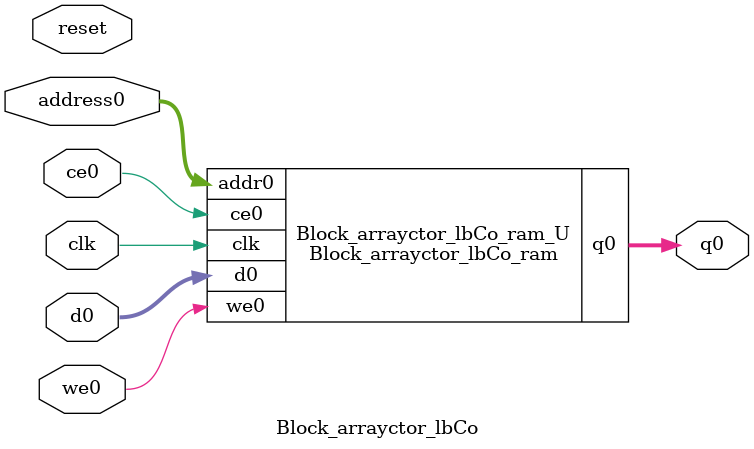
<source format=v>
`timescale 1 ns / 1 ps
module Block_arrayctor_lbCo_ram (addr0, ce0, d0, we0, q0,  clk);

parameter DWIDTH = 5;
parameter AWIDTH = 8;
parameter MEM_SIZE = 160;

input[AWIDTH-1:0] addr0;
input ce0;
input[DWIDTH-1:0] d0;
input we0;
output reg[DWIDTH-1:0] q0;
input clk;

(* ram_style = "distributed" *)reg [DWIDTH-1:0] ram[0:MEM_SIZE-1];




always @(posedge clk)  
begin 
    if (ce0) begin
        if (we0) 
            ram[addr0] <= d0; 
        q0 <= ram[addr0];
    end
end


endmodule

`timescale 1 ns / 1 ps
module Block_arrayctor_lbCo(
    reset,
    clk,
    address0,
    ce0,
    we0,
    d0,
    q0);

parameter DataWidth = 32'd5;
parameter AddressRange = 32'd160;
parameter AddressWidth = 32'd8;
input reset;
input clk;
input[AddressWidth - 1:0] address0;
input ce0;
input we0;
input[DataWidth - 1:0] d0;
output[DataWidth - 1:0] q0;



Block_arrayctor_lbCo_ram Block_arrayctor_lbCo_ram_U(
    .clk( clk ),
    .addr0( address0 ),
    .ce0( ce0 ),
    .we0( we0 ),
    .d0( d0 ),
    .q0( q0 ));

endmodule


</source>
